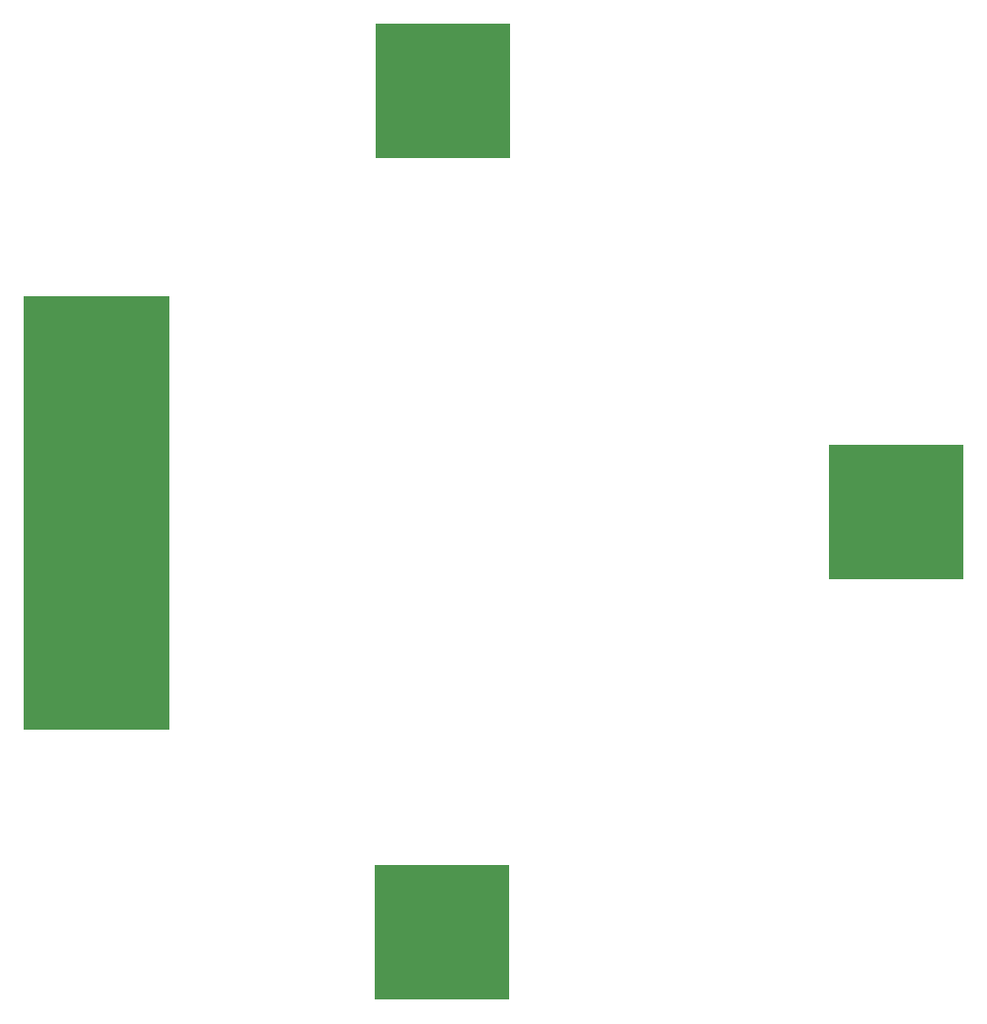
<source format=gko>
G04*
G04 #@! TF.GenerationSoftware,Altium Limited,Altium Designer,22.2.1 (43)*
G04*
G04 Layer_Color=16711935*
%FSLAX25Y25*%
%MOIN*%
G70*
G04*
G04 #@! TF.SameCoordinates,BF82E168-2CF8-4A2D-AB3A-859FEF8C30B5*
G04*
G04*
G04 #@! TF.FilePolarity,Positive*
G04*
G01*
G75*
%ADD79R,0.51200X1.52800*%
%ADD80R,0.47400X0.47300*%
%ADD81R,0.47300X0.47300*%
D79*
X38100Y-172200D02*
D03*
D80*
X160100Y-23650D02*
D03*
D81*
X320050Y-171850D02*
D03*
X160050Y-320050D02*
D03*
M02*

</source>
